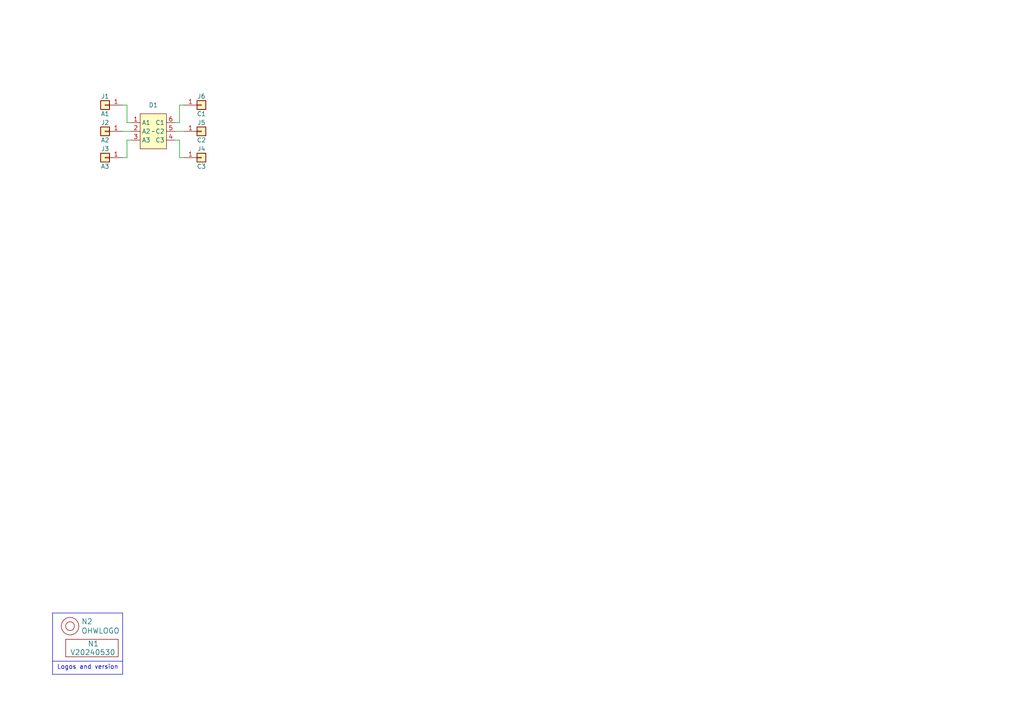
<source format=kicad_sch>
(kicad_sch (version 20230121) (generator eeschema)
  (paper "A4")
  (lib_symbols
    (symbol "Connector_Generic:Conn_01x01" (pin_names (offset 1.016) hide)
      (property "Reference" "J" (at 0 2.54 0))
      (property "Value" "Conn_01x01" (at 0 -2.54 0))
      (symbol "Conn_01x01_1_1"
        (rectangle (start -1.27 0.127) (end 0 -0.127) (stroke (width 0.1524)))
        (rectangle (start -1.27 1.27) (end 1.27 -1.27) (stroke (width 0.254)) (fill (type background)))
        (pin passive line (at -5.08 0 0) (length 3.81) (name "Pin_1") (number "1"))
      )
    )
    (symbol "SquantorDiodes:triple_diode"
      (property "Reference" "D" (at 0 6.35 0))
      (symbol "triple_diode_1_1"
        (rectangle (start -3.81 5.08) (end 3.81 -5.08) (fill (type background)))
        (pin passive line (at -6.35 2.54 0) (length 2.54) (name "A1") (number "1"))
        (pin passive line (at -6.35 0 0) (length 2.54) (name "A2") (number "2"))
        (pin passive line (at -6.35 -2.54 0) (length 2.54) (name "A3") (number "3"))
        (pin passive line (at 6.35 -2.54 180) (length 2.54) (name "C3") (number "4"))
        (pin passive line (at 6.35 0 180) (length 2.54) (name "C2") (number "5"))
        (pin passive line (at 6.35 2.54 180) (length 2.54) (name "C1") (number "6"))
      )
    )
    (symbol "SquantorLabels:OHWLOGO" (pin_names (offset 1.016))
      (property "Reference" "N" (at 0 3.81 0))
      (property "Value" "OHWLOGO" (at 0 -3.81 0))
      (symbol "OHWLOGO_0_1"
        (circle (center 0 0) (radius 1.27))
        (circle (center 0 0) (radius 2.54))
      )
    )
    (symbol "SquantorLabels:VYYYYMMDD" (pin_names (offset 1.016))
      (property "Reference" "N" (at 0 2.54 0))
      (property "Value" "VYYYYMMDD" (at 0 0 0))
      (symbol "VYYYYMMDD_0_1"
        (rectangle (start 7.62 -1.27) (end -7.62 3.81))
      )
    )
  )
  (wire (pts (xy 53.34 45.72) (xy 52.07 45.72)))
  (wire (pts (xy 52.07 45.72) (xy 52.07 40.64)))
  (wire (pts (xy 35.56 30.48) (xy 36.83 30.48)))
  (wire (pts (xy 50.8 40.64) (xy 52.07 40.64)))
  (wire (pts (xy 50.8 38.1) (xy 53.34 38.1)))
  (wire (pts (xy 36.83 40.64) (xy 36.83 45.72)))
  (wire (pts (xy 35.56 38.1) (xy 38.1 38.1)))
  (wire (pts (xy 35.56 45.72) (xy 36.83 45.72)))
  (wire (pts (xy 38.1 40.64) (xy 36.83 40.64)))
  (wire (pts (xy 52.07 30.48) (xy 52.07 35.56)))
  (wire (pts (xy 38.1 35.56) (xy 36.83 35.56)))
  (polyline (pts (xy 15.24 191.77) (xy 35.56 191.77)))
  (polyline (pts (xy 35.56 195.58) (xy 35.56 177.8)))
  (polyline (pts (xy 15.24 195.58) (xy 35.56 195.58)))
  (wire (pts (xy 36.83 35.56) (xy 36.83 30.48)))
  (polyline (pts (xy 35.56 177.8) (xy 15.24 177.8)))
  (wire (pts (xy 50.8 35.56) (xy 52.07 35.56)))
  (polyline (pts (xy 15.24 177.8) (xy 15.24 195.58)))
  (wire (pts (xy 53.34 30.48) (xy 52.07 30.48)))
  (text "Logos and version" (at 16.51 194.31 0) (effects (font (size 1.27 1.27)) (justify left bottom)))
  (symbol (lib_id "SquantorLabels:VYYYYMMDD") (at 26.67 189.23 0) (unit 1)
    (property "Reference" "N1" (at 25.4 186.69 0) (effects (font (size 1.524 1.524)) (justify left)))
    (property "Value" "V20240530" (at 20.32 189.23 0) (effects (font (size 1.524 1.524)) (justify left)))
    (property "Footprint" "SquantorLabels:Label_Generic" (effects hide))
  )
  (symbol (lib_id "SquantorLabels:OHWLOGO") (at 20.32 181.61 0) (unit 1)
    (property "Reference" "N2" (at 23.5712 180.2638 0) (effects (font (size 1.524 1.524)) (justify left)))
    (property "Value" "OHWLOGO" (at 23.5712 182.9562 0) (effects (font (size 1.524 1.524)) (justify left)))
    (property "Footprint" "Symbol:OSHW-Symbol_6.7x6mm_SilkScreen" (effects hide))
  )
  (symbol (lib_id "Connector_Generic:Conn_01x01") (at 30.48 38.1 180) (unit 1)
    (property "Reference" "J2" (at 30.48 35.56 0))
    (property "Value" "A2" (at 30.48 40.64 0))
    (property "Footprint" "mill-max:PC_pin_nail_head_6092" (effects hide))
  )
  (symbol (lib_id "Connector_Generic:Conn_01x01") (at 30.48 30.48 180) (unit 1)
    (property "Reference" "J1" (at 30.48 27.94 0))
    (property "Value" "A1" (at 30.48 33.02 0))
    (property "Footprint" "mill-max:PC_pin_nail_head_6092" (effects hide))
  )
  (symbol (lib_id "Connector_Generic:Conn_01x01") (at 30.48 45.72 0) (mirror y) (unit 1)
    (property "Reference" "J3" (at 30.48 43.18 0))
    (property "Value" "A3" (at 30.48 48.26 0))
    (property "Footprint" "mill-max:PC_pin_nail_head_6092" (effects hide))
  )
  (symbol (lib_id "Connector_Generic:Conn_01x01") (at 58.42 45.72 0) (mirror x) (unit 1)
    (property "Reference" "J4" (at 58.42 43.18 0))
    (property "Value" "C3" (at 58.42 48.26 0))
    (property "Footprint" "mill-max:PC_pin_nail_head_6092" (effects hide))
  )
  (symbol (lib_id "Connector_Generic:Conn_01x01") (at 58.42 38.1 0) (unit 1)
    (property "Reference" "J5" (at 58.42 35.56 0))
    (property "Value" "C2" (at 58.42 40.64 0))
    (property "Footprint" "mill-max:PC_pin_nail_head_6092" (effects hide))
  )
  (symbol (lib_id "Connector_Generic:Conn_01x01") (at 58.42 30.48 0) (mirror x) (unit 1)
    (property "Reference" "J6" (at 58.42 27.94 0))
    (property "Value" "C1" (at 58.42 33.02 0))
    (property "Footprint" "mill-max:PC_pin_nail_head_6092" (effects hide))
  )
  (symbol (lib_id "SquantorDiodes:triple_diode") (at 44.45 38.1 0) (unit 1)
    (property "Reference" "D1" (at 44.45 30.48 0))
    (property "Value" "~" (at 44.45 38.1 0))
    (property "Footprint" "SquantorIC:SOT363-NXP-hand" (effects hide))
  )
)
</source>
